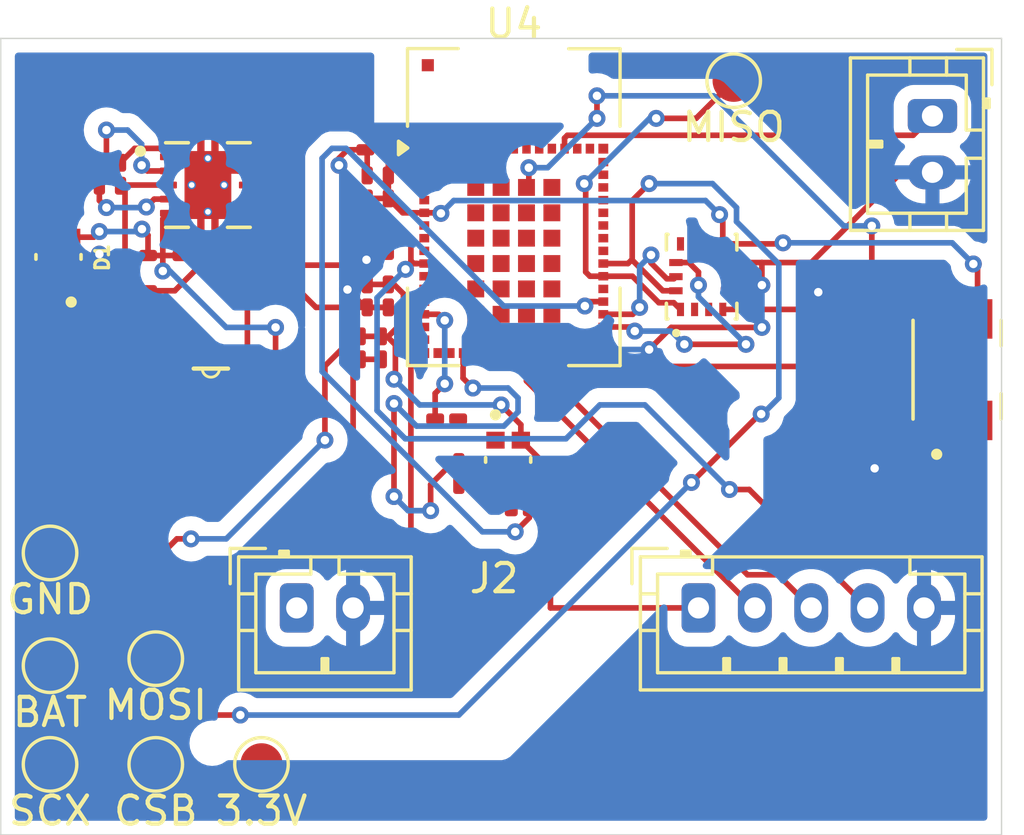
<source format=kicad_pcb>
(kicad_pcb (version 20240108) (generator "pcbnew") (generator_version "8.0")
  (layers (0 "F.Cu" signal) (31 "B.Cu" signal) (34 "B.Paste" user) (35 "F.Paste" user) (36 "B.SilkS" user "B.Silkscreen") (37 "F.SilkS" user "F.Silkscreen") (38 "B.Mask" user) (39 "F.Mask" user) (44 "Edge.Cuts" user))
  (net 0 "")
  (net 1 "+3.3V")
  (net 2 "GND")
  (net 3 "Net-(J2-Pin_1)")
  (net 4 "VDD")
  (net 5 "Net-(D1-K)")
  (net 6 "Net-(D3-Pad4)")
  (net 7 "Net-(D3-Pad2)")
  (net 8 "Net-(D3-Pad1)")
  (net 9 "Net-(J1-Pin_1)")
  (net 10 "/Haptic Motor")
  (net 11 "/Switch")
  (net 12 "/SPI2 MOSI")
  (net 13 "/SPI2 MISO")
  (net 14 "/SWCLK")
  (net 15 "Net-(U1-PD0)")
  (net 16 "Net-(U1-PD1)")
  (net 17 "/SWDIO")
  (net 19 "Net-(U1-EN)")
  (net 26 "Net-(J4-Pin_4)")
  (net 27 "Net-(U3-CSB)")
  (net 28 "Net-(U1-L2)")
  (net 29 "Net-(U1-L1)")
  (net 30 "Net-(U2-PROG)")
  (net 31 "Net-(U2-STAT)")
  (net 32 "Net-(U4-PB8)")
  (net 33 "Net-(D2-Pad1)")
  (net 34 "Net-(D2-Pad2)")
  (net 35 "Net-(U4-PB4)")
  (net 36 "Net-(U4-PB13)")
  (net 37 "Net-(D2-Pad4)")
  (net 38 "Net-(U3-SCX)")
  (net 39 "Net-(U3-INT1)")
  (footprint "Connector_JST:JST_PH_B2B-PH-K_1x02_P2.00mm_Vertical" (layer "F.Cu") (at 173.55 67.5 -90)
    (property "Reference" "J5" (hide yes))
    (property "Value" "Conn_01x02" (hide yes))
  )
  (footprint "TestPoint:TestPoint_Pad_D1.5mm" (layer "F.Cu") (at 142.25 90.5 180)
    (property "Reference" "SCX")
    (property "Value" "TestPoint" (hide yes))
  )
  (footprint "TestPoint:TestPoint_Pad_D1.5mm" (layer "F.Cu") (at 166.5 66.25 180)
    (property "Reference" "MISO")
    (property "Value" "TestPoint" (hide yes))
  )
  (footprint "TestPoint:TestPoint_Pad_D1.5mm" (layer "F.Cu") (at 146 90.5 180)
    (property "Reference" "CSB")
    (property "Value" "TestPoint" (hide yes))
  )
  (footprint "TestPoint:TestPoint_Pad_D1.5mm" (layer "F.Cu") (at 146 86.75 180)
    (property "Reference" "MOSI")
    (property "Value" "TestPoint" (hide yes))
  )
  (footprint "Capacitor_SMD:C_0201_0603Metric_Pad0.64x0.40mm_HandSolder" (layer "F.Cu") (at 153.25 75.725 -90)
    (property "Reference" "C9" (hide yes))
    (property "Value" "100n" (hide yes))
  )
  (footprint "TestPoint:TestPoint_Pad_D1.5mm" (layer "F.Cu") (at 149.75 90.5 180)
    (property "Reference" "3.3V")
    (property "Value" "TestPoint" (hide yes))
  )
  (footprint "Resistor_SMD:R_0201_0603Metric_Pad0.64x0.40mm_HandSolder" (layer "F.Cu") (at 154.25 70.0175 -90)
    (property "Reference" "FB1" (hide yes))
    (property "Value" "120R" (hide yes))
  )
  (footprint "Capacitor_SMD:C_0201_0603Metric_Pad0.64x0.40mm_HandSolder" (layer "F.Cu") (at 154.25 73.8825 -90)
    (property "Reference" "C6" (hide yes))
    (property "Value" "10u" (hide yes))
  )
  (footprint "Capacitor_SMD:C_0201_0603Metric_Pad0.64x0.40mm_HandSolder" (layer "F.Cu") (at 154 75.725 -90)
    (property "Reference" "C7" (hide yes))
    (property "Value" "100n" (hide yes))
  )
  (footprint "TestPoint:TestPoint_Pad_D1.5mm" (layer "F.Cu") (at 142.25 87 180)
    (property "Reference" "BAT")
    (property "Value" "TestPoint" (hide yes))
  )
  (footprint "EAST1616RGBA3:LED_EAST1616RGBA3" (layer "F.Cu") (at 158.5 79.7 90)
    (property "Reference" "D3" (hide yes))
    (property "Value" "EAST1616RGBA3" (hide yes))
  )
  (footprint "TestPoint:TestPoint_Pad_D1.5mm" (layer "F.Cu") (at 142.25 83 180)
    (property "Reference" "GND")
    (property "Value" "TestPoint" (hide yes))
  )
  (footprint "Capacitor_SMD:C_0201_0603Metric_Pad0.64x0.40mm_HandSolder" (layer "F.Cu") (at 151 73.2 -90)
    (property "Reference" "C5" (hide yes))
    (property "Value" "10uF" (hide yes))
  )
  (footprint "EAST1616RGBA3:LED_EAST1616RGBA3" (layer "F.Cu") (at 142.55 72.5 -90)
    (property "Reference" "D1")
    (property "Value" "LED")
  )
  (footprint "Capacitor_SMD:C_0201_0603Metric_Pad0.64x0.40mm_HandSolder" (layer "F.Cu") (at 153.8425 68.7 180)
    (property "Reference" "C12" (hide yes))
    (property "Value" "1u" (hide yes))
  )
  (footprint "EVQ-P7A01P:SW_EVQ-P7A01P" (layer "F.Cu") (at 174.425 76.5 90)
    (property "Reference" "S1" (hide yes))
    (property "Value" "EVQ-P7A01P" (hide yes))
  )
  (footprint "BMI323:XDCR_BMI270" (layer "F.Cu") (at 165.3625 73.2 90)
    (property "Reference" "U3" (hide yes))
    (property "Value" "BMI323" (hide yes))
  )
  (footprint "Capacitor_SMD:C_0201_0603Metric_Pad0.64x0.40mm_HandSolder" (layer "F.Cu") (at 145.2046 78.5425 90)
    (property "Reference" "C4" (hide yes))
    (property "Value" "4.7uF" (hide yes))
  )
  (footprint "Resistor_SMD:R_0201_0603Metric_Pad0.64x0.40mm_HandSolder" (layer "F.Cu") (at 156.3175 78.25)
    (property "Reference" "R4" (hide yes))
    (property "Value" "78" (hide yes))
  )
  (footprint "MCP:SOT95P280X145-5N" (layer "F.Cu") (at 147.9546 78.0102)
    (property "Reference" "U2" (hide yes))
    (property "Value" "MCP73831T-2ACI_OT" (hide yes))
  )
  (footprint "RF_Module:ST-SiP-LGA-86-11x7.3mm" (layer "F.Cu") (at 158.7 70.735)
    (property "Reference" "U4")
    (property "Value" "STM32WB5MMG" (hide yes))
  )
  (footprint "Capacitor_SMD:C_0201_0603Metric_Pad0.64x0.40mm_HandSolder" (layer "F.Cu") (at 153.5 70.0175 90)
    (property "Reference" "C10" (hide yes))
    (property "Value" "10n" (hide yes))
  )
  (footprint "Resistor_SMD:R_0201_0603Metric_Pad0.64x0.40mm_HandSolder" (layer "F.Cu") (at 147.3175 72.45)
    (property "Reference" "R1" (hide yes))
    (property "Value" "100" (hide yes))
  )
  (footprint "Resistor_SMD:R_0201_0603Metric_Pad0.64x0.40mm_HandSolder" (layer "F.Cu") (at 150 73.2 -90)
    (property "Reference" "R2" (hide yes))
    (property "Value" "2k" (hide yes))
  )
  (footprint "Capacitor_SMD:C_0201_0603Metric_Pad0.64x0.40mm_HandSolder" (layer "F.Cu") (at 153.5 71.8825 -90)
    (property "Reference" "C11" (hide yes))
    (property "Value" "1u" (hide yes))
  )
  (footprint "Capacitor_SMD:C_0201_0603Metric_Pad0.64x0.40mm_HandSolder" (layer "F.Cu") (at 145.3175 73.7 180)
    (property "Reference" "C2" (hide yes))
    (property "Value" "0.1uF" (hide yes))
  )
  (footprint "Capacitor_SMD:C_0201_0603Metric_Pad0.64x0.40mm_HandSolder" (layer "F.Cu") (at 144.75 69.5675 -90)
    (property "Reference" "C3" (hide yes))
    (property "Value" "10uF" (hide yes))
  )
  (footprint "Resistor_SMD:R_0201_0603Metric" (layer "F.Cu") (at 158.93 81.5 180)
    (property "Reference" "R6" (hide yes))
    (property "Value" "112" (hide yes))
  )
  (footprint "Connector_JST:JST_PH_B5B-PH-K_1x05_P2.00mm_Vertical" (layer "F.Cu") (at 165.25 84.95)
    (property "Reference" "J4" (hide yes))
    (property "Value" "Conn_01x05" (hide yes))
  )
  (footprint "Capacitor_SMD:C_0201_0603Metric_Pad0.64x0.40mm_HandSolder" (layer "F.Cu") (at 154.25 71.8825 -90)
    (property "Reference" "C13" (hide yes))
    (property "Value" "100n" (hide yes))
  )
  (footprint "Connector_JST:JST_PH_B2B-PH-K_1x02_P2.00mm_Vertical" (layer "F.Cu") (at 151 84.95)
    (property "Reference" "J1" (hide yes))
    (property "Value" "Conn_01x02" (hide yes))
  )
  (footprint "Capacitor_SMD:C_0201_0603Metric_Pad0.64x0.40mm_HandSolder" (layer "F.Cu") (at 153.5 73.8825 -90)
    (property "Reference" "C8" (hide yes))
    (property "Value" "100n" (hide yes))
  )
  (footprint "Inductor_SMD:L_0201_0603Metric_Pad0.64x0.40mm_HandSolder" (layer "F.Cu") (at 144 69.5675 90)
    (property "Reference" "L1" (hide yes))
    (property "Value" "2.2uH" (hide yes))
  )
  (footprint "Capacitor_SMD:C_0201_0603Metric_Pad0.64x0.40mm_HandSolder" (layer "F.Cu") (at 145.3175 72.45 180)
    (property "Reference" "C1" (hide yes))
    (property "Value" "4.7uF" (hide yes))
  )
  (footprint "Resistor_SMD:R_0201_0603Metric_Pad0.64x0.40mm_HandSolder" (layer "F.Cu") (at 156.75 80.1825 -90)
    (property "Reference" "R5" (hide yes))
    (property "Value" "112" (hide yes))
  )
  (footprint "TPS63001:VREG_V62_16624-01YE" (layer "F.Cu") (at 147.85 69.95)
    (property "Reference" "U1" (hide yes))
    (property "Value" "TPS63001" (hide yes))
  )
  (footprint "Resistor_SMD:R_0201_0603Metric" (layer "F.Cu") (at 158 84.95)
    (property "Reference" "J2")
    (property "Value" "Conn_02x01" (hide yes))
  )
  (footprint "Resistor_SMD:R_0201_0603Metric_Pad0.64x0.40mm_HandSolder" (layer "F.Cu") (at 145.2046 76.6075 -90)
    (property "Reference" "R3" (hide yes))
    (property "Value" "470" (hide yes))
  )
  (gr_line (start 176 93) (end 140.5 93) (stroke (width 0.05)) (layer "Edge.Cuts"))
  (gr_line (start 140.5 93) (end 140.5 64.75) (stroke (width 0.05)) (layer "Edge.Cuts"))
  (gr_line (start 140.5 64.75) (end 176 64.75) (stroke (width 0.05)) (layer "Edge.Cuts"))
  (gr_line (start 176 64.75) (end 176 93) (stroke (width 0.05)) (layer "Edge.Cuts"))
  (segment (start 168.2125 72.0375) (end 168.25 72) (width 0.2) (layer "F.Cu") (net 1))
  (segment (start 149.25 68.634315) (end 148.550685 67.935) (width 0.2) (layer "F.Cu") (net 1))
  (segment (start 154.25 73.475) (end 154.449999 73.475) (width 0.2) (layer "F.Cu") (net 1))
  (segment (start 142.25 87) (end 146.75 82.5) (width 0.2) (layer "F.Cu") (net 1))
  (segment (start 154.449999 73.475) (end 154.784657 73.809658) (width 0.2) (layer "F.Cu") (net 1))
  (segment (start 158.95 78.45) (end 158.25 77.75) (width 0.2) (layer "F.Cu") (net 1))
  (segment (start 147.345062 67.935) (end 146.45 68.830062) (width 0.2) (layer "F.Cu") (net 1))
  (segment (start 158.95 79) (end 158.95 78.45) (width 0.2) (layer "F.Cu") (net 1))
  (segment (start 154.784657 73.809658) (end 154.784657 74.782843) (width 0.2) (layer "F.Cu") (net 1))
  (segment (start 154.25 69.61) (end 154.25 68.7) (width 0.2) (layer "F.Cu") (net 1))
  (segment (start 146.45 68.830062) (end 146.45 68.95) (width 0.2) (layer "F.Cu") (net 1))
  (segment (start 149.577522 68.95) (end 149.25 68.95) (width 0.2) (layer "F.Cu") (net 1))
  (segment (start 153.050001 75.3175) (end 153.25 75.3175) (width 0.2) (layer "F.Cu") (net 1))
  (segment (start 154.25 73.475) (end 153.5 73.475) (width 0.2) (layer "F.Cu") (net 1))
  (segment (start 144.75 69.151471) (end 144.75 69.16) (width 0.2) (layer "F.Cu") (net 1))
  (segment (start 175.15 78.3) (end 175.15 74.7) (width 0.2) (layer "F.Cu") (net 1))
  (segment (start 146.45 68.95) (end 146.15 68.65) (width 0.2) (layer "F.Cu") (net 1))
  (segment (start 153.5 71.475) (end 153.300001 71.475) (width 0.2) (layer "F.Cu") (net 1))
  (segment (start 166.1125 71.1125) (end 166.1125 72.0375) (width 0.2) (layer "F.Cu") (net 1))
  (segment (start 151 70.372478) (end 149.577522 68.95) (width 0.2) (layer "F.Cu") (net 1))
  (segment (start 152.8175 72.7925) (end 151 72.7925) (width 0.2) (layer "F.Cu") (net 1))
  (segment (start 152.8175 71.957501) (end 152.8175 72.7925) (width 0.2) (layer "F.Cu") (net 1))
  (segment (start 154.25 75.3175) (end 154 75.3175) (width 0.2) (layer "F.Cu") (net 1))
  (segment (start 156.093995 70.935) (end 156.114773 70.955778) (width 0.2) (layer "F.Cu") (net 1))
  (segment (start 175 72.75) (end 175.15 72.9) (width 0.2) (layer "F.Cu") (net 1))
  (segment (start 153.300001 71.475) (end 152.8175 71.957501) (width 0.2) (layer "F.Cu") (net 1))
  (segment (start 154.25 70.425) (end 153.5 70.425) (width 0.2) (layer "F.Cu") (net 1))
  (segment (start 146.75 82.5) (end 147.25 82.5) (width 0.2) (layer "F.Cu") (net 1))
  (segment (start 155.525 70.935) (end 156.093995 70.935) (width 0.2) (layer "F.Cu") (net 1))
  (segment (start 154.76 70.935) (end 155.525 70.935) (width 0.2) (layer "F.Cu") (net 1))
  (segment (start 149.25 68.95) (end 149.25 68.634315) (width 0.2) (layer "F.Cu") (net 1))
  (segment (start 147.345062 67.935) (end 148.550685 67.935) (width 0.2) (layer "F.Cu") (net 1))
  (segment (start 160 84.95) (end 165.25 84.95) (width 0.2) (layer "F.Cu") (net 1))
  (segment (start 154.25 70.425) (end 154.76 70.935) (width 0.2) (layer "F.Cu") (net 1))
  (segment (start 152 76.367501) (end 153.050001 75.3175) (width 0.2) (layer "F.Cu") (net 1))
  (segment (start 154.5 76.787753) (end 154.5 75.617501) (width 0.2) (layer "F.Cu") (net 1))
  (segment (start 154.5 75.617501) (end 154.199999 75.3175) (width 0.2) (layer "F.Cu") (net 1))
  (segment (start 166 71) (end 166.1125 71.1125) (width 0.2) (layer "F.Cu") (net 1))
  (segment (start 154.784657 74.782843) (end 154.25 75.3175) (width 0.2) (layer "F.Cu") (net 1))
  (segment (start 154.25 69.61) (end 154.25 70.425) (width 0.2) (layer "F.Cu") (net 1))
  (segment (start 158.95 79) (end 160 80.05) (width 0.2) (layer "F.Cu") (net 1))
  (segment (start 160 80.05) (end 160 84.95) (width 0.2) (layer "F.Cu") (net 1))
  (segment (start 151 72.7925) (end 151 70.372478) (width 0.2) (layer "F.Cu") (net 1))
  (segment (start 154.199999 75.3175) (end 154 75.3175) (width 0.2) (layer "F.Cu") (net 1))
  (segment (start 146.15 68.65) (end 145.251471 68.65) (width 0.2) (layer "F.Cu") (net 1))
  (segment (start 153.5 70.425) (end 153.5 71.475) (width 0.2) (layer "F.Cu") (net 1))
  (segment (start 166.1125 72.0375) (end 168.2125 72.0375) (width 0.2) (layer "F.Cu") (net 1))
  (segment (start 152 79) (end 152 76.367501) (width 0.2) (layer "F.Cu") (net 1))
  (segment (start 153.5 73.475) (end 152.8175 72.7925) (width 0.2) (layer "F.Cu") (net 1))
  (segment (start 154.450001 76.837752) (end 154.5 76.787753) (width 0.2) (layer "F.Cu") (net 1))
  (segment (start 175.15 72.9) (end 175.15 74.7) (width 0.2) (layer "F.Cu") (net 1))
  (segment (start 154 75.3175) (end 153.25 75.3175) (width 0.2) (layer "F.Cu") (net 1))
  (segment (start 145.251471 68.65) (end 144.75 69.151471) (width 0.2) (layer "F.Cu") (net 1))
  (via (at 166 71) (size 0.6) (drill 0.3) (layers "F.Cu" "B.Cu") (net 1))
  (via (at 175 72.75) (size 0.6) (drill 0.3) (layers "F.Cu" "B.Cu") (net 1))
  (via (at 154.450001 76.837752) (size 0.6) (drill 0.3) (layers "F.Cu" "B.Cu") (net 1))
  (via (at 147.25 82.5) (size 0.6) (drill 0.3) (layers "F.Cu" "B.Cu") (net 1))
  (via (at 168.25 72) (size 0.6) (drill 0.3) (layers "F.Cu" "B.Cu") (net 1))
  (via (at 152 79) (size 0.6) (drill 0.3) (layers "F.Cu" "B.Cu") (net 1))
  (via (at 156.114773 70.955778) (size 0.6) (drill 0.3) (layers "F.Cu" "B.Cu") (net 1))
  (via (at 158.25 77.75) (size 0.6) (drill 0.3) (layers "F.Cu" "B.Cu") (net 1))
  (segment (start 158.25 77.75) (end 155.362249 77.75) (width 0.2) (layer "B.Cu") (net 1))
  (segment (start 168.25 72) (end 174.25 72) (width 0.2) (layer "B.Cu") (net 1))
  (segment (start 148.5 82.5) (end 152 79) (width 0.2) (layer "B.Cu") (net 1))
  (segment (start 155.362249 77.75) (end 154.450001 76.837752) (width 0.2) (layer "B.Cu") (net 1))
  (segment (start 156.114773 70.955778) (end 156.570551 70.5) (width 0.2) (layer "B.Cu") (net 1))
  (segment (start 147.25 82.5) (end 148.5 82.5) (width 0.2) (layer "B.Cu") (net 1))
  (segment (start 165.5 70.5) (end 166 71) (width 0.2) (layer "B.Cu") (net 1))
  (segment (start 174.25 72) (end 175 72.75) (width 0.2) (layer "B.Cu") (net 1))
  (segment (start 156.570551 70.5) (end 165.5 70.5) (width 0.2) (layer "B.Cu") (net 1))
  (segment (start 173.25 84.95) (end 173.25 81.75) (width 0.2) (layer "F.Cu") (net 2))
  (segment (start 145.2046 78.135) (end 145.4294 77.9102) (width 0.2) (layer "F.Cu") (net 2))
  (segment (start 163.5 75.785) (end 164.285 75) (width 0.2) (layer "F.Cu") (net 2))
  (segment (start 154 76.1325) (end 153.25 76.1325) (width 0.2) (layer "F.Cu") (net 2))
  (segment (start 153 84.95) (end 153 76.3825) (width 0.2) (layer "F.Cu") (net 2))
  (segment (start 166.275 72.7) (end 167.5 72.7) (width 0.2) (layer "F.Cu") (net 2))
  (segment (start 167.5 72.7) (end 169.25 72.7) (width 0.2) (layer "F.Cu") (net 2))
  (segment (start 145.8242 78.0102) (end 146.6592 78.0102) (width 0.2) (layer "F.Cu") (net 2))
  (segment (start 154.25 74.29) (end 153.429044 74.29) (width 0.2) (layer "F.Cu") (net 2))
  (segment (start 153 76.3825) (end 153.25 76.1325) (width 0.2) (layer "F.Cu") (net 2))
  (segment (start 144 72.4) (end 144.86 72.4) (width 0.2) (layer "F.Cu") (net 2))
  (segment (start 153.5 68.765) (end 153.435 68.7) (width 0.2) (layer "F.Cu") (net 2))
  (segment (start 151.6825 74.29) (end 153.5 74.29) (width 0.2) (layer "F.Cu") (net 2))
  (segment (start 148.288604 69.45) (end 147.85 69.888604) (width 0.2) (layer "F.Cu") (net 2))
  (segment (start 148.922478 69.45) (end 148.65 69.177522) (width 0.2) (layer "F.Cu") (net 2))
  (segment (start 146.45 69.95) (end 144.775 69.95) (width 0.2) (layer "F.Cu") (net 2))
  (segment (start 169.5 73.75) (end 169.5 72.95) (width 0.2) (layer "F.Cu") (net 2))
  (segment (start 167.5 73.5) (end 167.5 72.7) (width 0.2) (layer "F.Cu") (net 2))
  (segment (start 169.5 72.95) (end 169.25 72.7) (width 0.2) (layer "F.Cu") (net 2))
  (segment (start 154.25 74.29) (end 153.5 74.29) (width 0.2) (layer "F.Cu") (net 2))
  (segment (start 153.5 69.61) (end 153.5 68.765) (width 0.2) (layer "F.Cu") (net 2))
  (segment (start 173.25 81.75) (end 171.5 80) (width 0.2) (layer "F.Cu") (net 2))
  (segment (start 145.004601 78.135) (end 145.2046 78.135) (width 0.2) (layer "F.Cu") (net 2))
  (segment (start 149.25 69.45) (end 148.288604 69.45) (width 0.2) (layer "F.Cu") (net 2))
  (segment (start 172.45 69.5) (end 173.55 69.5) (width 0.2) (layer "F.Cu") (net 2))
  (segment (start 153.5 72.29) (end 154.25 72.29) (width 0.2) (layer "F.Cu") (net 2))
  (segment (start 144.86 72.4) (end 144.91 72.45) (width 0.2) (layer "F.Cu") (net 2))
  (segment (start 142.25 83) (end 142.25 80.889601) (width 0.2) (layer "F.Cu") (net 2))
  (segment (start 153.474265 72.600736) (end 153.5 72.575001) (width 0.2) (layer "F.Cu") (net 2))
  (segment (start 152.8 68.7) (end 153.435 68.7) (width 0.2) (layer "F.Cu") (net 2))
  (segment (start 169.25 72.7) (end 172.45 69.5) (width 0.2) (layer "F.Cu") (net 2))
  (segment (start 147.85 69.888604) (end 147.85 69.95) (width 0.2) (layer "F.Cu") (net 2))
  (segment (start 150 73.6075) (end 151 73.6075) (width 0.2) (layer "F.Cu") (net 2))
  (segment (start 152.5 69) (end 152.8 68.7) (width 0.2) (layer "F.Cu") (net 2))
  (segment (start 142.25 80.889601) (end 145.004601 78.135) (width 0.2) (layer "F.Cu") (net 2))
  (segment (start 153.5 72.575001) (end 153.5 72.29) (width 0.2) (layer "F.Cu") (net 2))
  (segment (start 144.91 73.7) (end 144.91 72.45) (width 0.2) (layer "F.Cu") (net 2))
  (segment (start 145.7242 74.7242) (end 145.7242 77.9102) (width 0.2) (layer "F.Cu") (net 2))
  (segment (start 145.7242 77.9102) (end 145.8242 78.0102) (width 0.2) (layer "F.Cu") (net 2))
  (segment (start 149.25 69.45) (end 148.922478 69.45) (width 0.2) (layer "F.Cu") (net 2))
  (segment (start 164.285 75) (end 167.5 75) (width 0.2) (layer "F.Cu") (net 2))
  (segment (start 153.429044 74.29) (end 152.800001 73.660957) (width 0.2) (layer "F.Cu") (net 2))
  (segment (start 151 73.6075) (end 151.6825 74.29) (width 0.2) (layer "F.Cu") (net 2))
  (segment (start 144.91 72.45) (end 144.91 70.135) (width 0.2) (layer "F.Cu") (net 2))
  (segment (start 144.91 73.91) (end 145.7242 74.7242) (width 0.2) (layer "F.Cu") (net 2))
  (segment (start 145.4294 77.9102) (end 145.7242 77.9102) (width 0.2) (layer "F.Cu") (net 2))
  (segment (start 144.775 69.95) (end 144.75 69.975) (width 0.2) (layer "F.Cu") (net 2))
  (segment (start 144.91 70.135) (end 144.75 69.975) (width 0.2) (layer "F.Cu") (net 2))
  (segment (start 144.91 73.7) (end 144.91 73.91) (width 0.2) (layer "F.Cu") (net 2))
  (segment (start 152.800001 73.660957) (end 152.800001 73.656903) (width 0.2) (layer "F.Cu") (net 2))
  (segment (start 152.5 69.25) (end 152.5 69) (width 0.2) (layer "F.Cu") (net 2))
  (via (at 153.474265 72.600736) (size 0.6) (drill 0.3) (layers "F.Cu" "B.Cu") (net 2))
  (via (at 152.800001 73.656903) (size 0.6) (drill 0.3) (layers "F.Cu" "B.Cu") (net 2))
  (via (at 167.5 73.5) (size 0.6) (drill 0.3) (layers "F.Cu" "B.Cu") (net 2))
  (via (at 169.5 73.75) (size 0.6) (drill 0.3) (layers "F.Cu" "B.Cu") (net 2))
  (via (at 163.5 75.785) (size 0.6) (drill 0.3) (layers "F.Cu" "B.Cu") (net 2))
  (via (at 144 72.4) (size 0.6) (drill 0.3) (layers "F.Cu" "B.Cu") (net 2))
  (via (at 171.5 80) (size 0.6) (drill 0.3) (layers "F.Cu" "B.Cu") (net 2))
  (via (at 167.5 75) (size 0.6) (drill 0.3) (layers "F.Cu" "B.Cu") (net 2))
  (via (at 152.5 69.25) (size 0.6) (drill 0.3) (layers "F.Cu" "B.Cu") (net 2))
  (segment (start 152.800001 73.275) (end 152.800001 73.656903) (width 0.2) (layer "B.Cu") (net 2))
  (segment (start 163.5 75.785) (end 159.035 75.785) (width 0.2) (layer "B.Cu") (net 2))
  (segment (start 169.5 78) (end 169.5 73.75) (width 0.2) (layer "B.Cu") (net 2))
  (segment (start 167.5 75) (end 167.5 73.5) (width 0.2) (layer "B.Cu") (net 2))
  (segment (start 171.5 80) (end 169.5 78) (width 0.2) (layer "B.Cu") (net 2))
  (segment (start 153.474265 72.600736) (end 152.800001 73.275) (width 0.2) (layer "B.Cu") (net 2))
  (segment (start 159.035 75.785) (end 152.5 69.25) (width 0.2) (layer "B.Cu") (net 2))
  (segment (start 155.148186 74.985) (end 155.05 75.083186) (width 0.2) (layer "F.Cu") (net 3))
  (segment (start 155.525 74.985) (end 155.148186 74.985) (width 0.2) (layer "F.Cu") (net 3))
  (segment (start 155.05 82.32) (end 157.68 84.95) (width 0.2) (layer "F.Cu") (net 3))
  (segment (start 155.05 75.083186) (end 155.05 82.32) (width 0.2) (layer "F.Cu") (net 3))
  (segment (start 146.25 71.15) (end 146.25 73) (width 0.2) (layer "F.Cu") (net 4))
  (segment (start 150.25 77.95) (end 149.25 78.95) (width 0.2) (layer "F.Cu") (net 4))
  (segment (start 143.799997 71.8) (end 144 71.599997) (width 0.2) (layer "F.Cu") (net 4))
  (segment (start 145.509999 71.514096) (end 145.725 71.729097) (width 0.2) (layer "F.Cu") (net 4))
  (segment (start 146.45 70.95) (end 146.25 71.15) (width 0.2) (layer "F.Cu") (net 4))
  (segment (start 143 71.8) (end 143.799997 71.8) (width 0.2) (layer "F.Cu") (net 4))
  (segment (start 145.725 71.729097) (end 145.725 72.45) (width 0.2) (layer "F.Cu") (net 4))
  (segment (start 150.25 75) (end 150.25 77.95) (width 0.2) (layer "F.Cu") (net 4))
  (segment (start 146.91 72.45) (end 145.725 72.45) (width 0.2) (layer "F.Cu") (net 4))
  (via (at 144 71.599997) (size 0.6) (drill 0.3) (layers "F.Cu" "B.Cu") (net 4))
  (via (at 146.25 73) (size 0.6) (drill 0.3) (layers "F.Cu" "B.Cu") (net 4))
  (via (at 150.25 75) (size 0.6) (drill 0.3) (layers "F.Cu" "B.Cu") (net 4))
  (via (at 145.509999 71.514096) (size 0.6) (drill 0.3) (layers "F.Cu" "B.Cu") (net 4))
  (segment (start 150.25 75) (end 148.5 75) (width 0.2) (layer "B.Cu") (net 4))
  (segment (start 148.5 75) (end 146.5 73) (width 0.2) (layer "B.Cu") (net 4))
  (segment (start 146.5 73) (end 146.25 73) (width 0.2) (layer "B.Cu") (net 4))
  (segment (start 144 71.599997) (end 145.424098 71.599997) (width 0.2) (layer "B.Cu") (net 4))
  (segment (start 145.424098 71.599997) (end 145.509999 71.514096) (width 0.2) (layer "B.Cu") (net 4))
  (segment (start 145.2046 75.4046) (end 143 73.2) (width 0.2) (layer "F.Cu") (net 5))
  (segment (start 145.2046 76.2) (end 145.2046 75.4046) (width 0.2) (layer "F.Cu") (net 5))
  (segment (start 160.6 68.185) (end 160.5 68.285) (width 0.2) (layer "F.Cu") (net 10))
  (segment (start 173.55 67.5) (end 172.865 68.185) (width 0.2) (layer "F.Cu") (net 10))
  (segment (start 160.5 68.285) (end 160.5 68.66) (width 0.2) (layer "F.Cu") (net 10))
  (segment (start 172.865 68.185) (end 160.6 68.185) (width 0.2) (layer "F.Cu") (net 10))
  (segment (start 170.61 76.385) (end 160.6 76.385) (width 0.2) (layer "F.Cu") (net 11))
  (segment (start 173.7 78.3) (end 173.7 74.7) (width 0.2) (layer "F.Cu") (net 11))
  (segment (start 160.5 76.285) (end 160.5 75.91) (width 0.2) (layer "F.Cu") (net 11))
  (segment (start 172.295 74.7) (end 173.7 74.7) (width 0.2) (layer "F.Cu") (net 11))
  (segment (start 170.61 76.385) (end 172.295 74.7) (width 0.2) (layer "F.Cu") (net 11))
  (segment (start 160.6 76.385) (end 160.5 76.285) (width 0.2) (layer "F.Cu") (net 11))
  (segment (start 148 88.75) (end 149 88.75) (width 0.2) (layer "F.Cu") (net 12))
  (segment (start 162.9 70.5) (end 162.9 72.6125) (width 0.2) (layer "F.Cu") (net 12))
  (segment (start 161.875 72.735) (end 162.75 72.735) (width 0.2) (layer "F.Cu") (net 12))
  (segment (start 165 80.5) (end 167.425734 78.074266) (width 0.2) (layer "F.Cu") (net 12))
  (segment (start 146 86.75) (end 148 88.75) (width 0.2) (layer "F.Cu") (net 12))
  (segment (start 163.5 69.9) (end 162.9 70.5) (width 0.2) (layer "F.Cu") (net 12))
  (segment (start 163.9875 73.7) (end 164.45 73.7) (width 0.2) (layer "F.Cu") (net 12))
  (segment (start 167.425734 78.074266) (end 167.475737 78.074266) (width 0.2) (layer "F.Cu") (net 12))
  (segment (start 162.75 72.735) (end 162.9 72.585) (width 0.2) (layer "F.Cu") (net 12))
  (segment (start 163.9875 73.7) (end 162.9 72.6125) (width 0.2) (layer "F.Cu") (net 12))
  (via (at 167.475737 78.074266) (size 0.6) (drill 0.3) (layers "F.Cu" "B.Cu") (net 12))
  (via (at 149 88.75) (size 0.6) (drill 0.3) (layers "F.Cu" "B.Cu") (net 12))
  (via (at 165 80.5) (size 0.6) (drill 0.3) (layers "F.Cu" "B.Cu") (net 12))
  (via (at 163.5 69.9) (size 0.6) (drill 0.3) (layers "F.Cu" "B.Cu") (net 12))
  (segment (start 149 88.75) (end 156.75 88.75) (width 0.2) (layer "B.Cu") (net 12))
  (segment (start 168.1 77.498529) (end 168.1 72.748529) (width 0.2) (layer "B.Cu") (net 12))
  (segment (start 156.75 88.75) (end 165 80.5) (width 0.2) (layer "B.Cu") (net 12))
  (segment (start 165.748529 69.9) (end 163.5 69.9) (width 0.2) (layer "B.Cu") (net 12))
  (segment (start 168.1 72.748529) (end 166.6 71.248529) (width 0.2) (layer "B.Cu") (net 12))
  (segment (start 166.6 71.248529) (end 166.6 70.751471) (width 0.2) (layer "B.Cu") (net 12))
  (segment (start 166.6 70.751471) (end 165.748529 69.9) (width 0.2) (layer "B.Cu") (net 12))
  (segment (start 167.524263 78.074266) (end 168.1 77.498529) (width 0.2) (layer "B.Cu") (net 12))
  (segment (start 167.475737 78.074266) (end 167.524263 78.074266) (width 0.2) (layer "B.Cu") (net 12))
  (segment (start 165.165 67.585) (end 166.5 66.25) (width 0.2) (layer "F.Cu") (net 13))
  (segment (start 163.846814 74.125) (end 162.906814 73.185) (width 0.2) (layer "F.Cu") (net 13))
  (segment (start 163.75 67.585) (end 165.165 67.585) (width 0.2) (layer "F.Cu") (net 13))
  (segment (start 162.906814 73.185) (end 161.875 73.185) (width 0.2) (layer "F.Cu") (net 13))
  (segment (start 161.25 73.035) (end 161.4 73.185) (width 0.2) (layer "F.Cu") (net 13))
  (segment (start 161.4 73.185) (end 161.875 73.185) (width 0.2) (layer "F.Cu") (net 13))
  (segment (start 161.199998 69.9) (end 161.25 69.950002) (width 0.2) (layer "F.Cu") (net 13))
  (segment (start 161.25 69.950002) (end 161.25 73.035) (width 0.2) (layer "F.Cu") (net 13))
  (segment (start 164.6125 74.3625) (end 164.375 74.125) (width 0.2) (layer "F.Cu") (net 13))
  (segment (start 164.375 74.125) (end 163.846814 74.125) (width 0.2) (layer "F.Cu") (net 13))
  (via (at 163.75 67.585) (size 0.6) (drill 0.3) (layers "F.Cu" "B.Cu") (net 13))
  (via (at 161.199998 69.9) (size 0.6) (drill 0.3) (layers "F.Cu" "B.Cu") (net 13))
  (segment (start 163.514998 67.585) (end 161.199998 69.9) (width 0.2) (layer "B.Cu") (net 13))
  (segment (start 163.75 67.585) (end 163.514998 67.585) (width 0.2) (layer "B.Cu") (net 13))
  (segment (start 159.6 76.385) (end 159.6 75.91) (width 0.2) (layer "F.Cu") (net 14))
  (segment (start 166.99 83.775) (end 159.6 76.385) (width 0.2) (layer "F.Cu") (net 14))
  (segment (start 169.25 84.95) (end 168.075 83.775) (width 0.2) (layer "F.Cu") (net 14))
  (segment (start 168.075 83.775) (end 166.99 83.775) (width 0.2) (layer "F.Cu") (net 14))
  (segment (start 159.15 76.9) (end 159.15 75.91) (width 0.2) (layer "F.Cu") (net 17))
  (segment (start 159.15 76.9) (end 167.2 84.95) (width 0.2) (layer "F.Cu") (net 17))
  (segment (start 167.2 84.95) (end 167.25 84.95) (width 0.2) (layer "F.Cu") (net 17))
  (segment (start 145.725 73.7) (end 146.674999 73.7) (width 0.2) (layer "F.Cu") (net 19))
  (segment (start 149.25 70.95) (end 149.25 70.45) (width 0.2) (layer "F.Cu") (net 19))
  (segment (start 149.25 70.45) (end 149.25 69.95) (width 0.2) (layer "F.Cu") (net 19))
  (segment (start 148.042499 72.45) (end 149.25 71.242499) (width 0.2) (layer "F.Cu") (net 19))
  (segment (start 146.674999 73.7) (end 147.725 72.649999) (width 0.2) (layer "F.Cu") (net 19))
  (segment (start 147.725 72.45) (end 148.042499 72.45) (width 0.2) (layer "F.Cu") (net 19))
  (segment (start 149.25 71.242499) (end 149.25 70.95) (width 0.2) (layer "F.Cu") (net 19))
  (segment (start 147.725 72.649999) (end 147.725 72.45) (width 0.2) (layer "F.Cu") (net 19))
  (segment (start 154.859189 72.939583) (end 155.063772 72.735) (width 0.2) (layer "F.Cu") (net 26))
  (segment (start 155.25 72.735) (end 155.525 72.735) (width 0.2) (layer "F.Cu") (net 26))
  (segment (start 154.25 71.475) (end 154.449999 71.475) (width 0.2) (layer "F.Cu") (net 26))
  (segment (start 155.15 72.735) (end 155.25 72.735) (width 0.2) (layer "F.Cu") (net 26))
  (segment (start 166.35 80.75) (end 167.05 80.75) (width 0.2) (layer "F.Cu") (net 26))
  (segment (start 155.063772 72.735) (end 155.25 72.735) (width 0.2) (layer "F.Cu") (net 26))
  (segment (start 155.05 72.075001) (end 155.05 72.635) (width 0.2) (layer "F.Cu") (net 26))
  (segment (start 167.05 80.75) (end 171.25 84.95) (width 0.2) (layer "F.Cu") (net 26))
  (segment (start 155.05 72.635) (end 155.15 72.735) (width 0.2) (layer "F.Cu") (net 26))
  (segment (start 154.449999 71.475) (end 155.05 72.075001) (width 0.2) (layer "F.Cu") (net 26))
  (via (at 166.35 80.75) (size 0.6) (drill 0.3) (layers "F.Cu" "B.Cu") (net 26))
  (via (at 154.859189 72.939583) (size 0.6) (drill 0.3) (layers "F.Cu" "B.Cu") (net 26))
  (segment (start 163.35 77.75) (end 161.75 77.75) (width 0.2) (layer "B.Cu") (net 26))
  (segment (start 153.850001 77.94853) (end 153.850001 73.948771) (width 0.2) (layer "B.Cu") (net 26))
  (segment (start 166.35 80.75) (end 163.35 77.75) (width 0.2) (layer "B.Cu") (net 26))
  (segment (start 160.55 78.95) (end 154.851471 78.95) (width 0.2) (layer "B.Cu") (net 26))
  (segment (start 154.851471 78.95) (end 153.850001 77.94853) (width 0.2) (layer "B.Cu") (net 26))
  (segment (start 153.850001 73.948771) (end 154.859189 72.939583) (width 0.2) (layer "B.Cu") (net 26))
  (segment (start 161.75 77.75) (end 160.55 78.95) (width 0.2) (layer "B.Cu") (net 26))
  (segment (start 165.25 73.0375) (end 165.25 73.5) (width 0.2) (layer "F.Cu") (net 27))
  (segment (start 164.9125 72.7) (end 165.25 73.0375) (width 0.2) (layer "F.Cu") (net 27))
  (segment (start 164.45 72.7) (end 164.9125 72.7) (width 0.2) (layer "F.Cu") (net 27))
  (segment (start 162.845487 74.985) (end 161.875 74.985) (width 0.2) (layer "F.Cu") (net 27))
  (segment (start 162.991165 75.130678) (end 162.845487 74.985) (width 0.2) (layer "F.Cu") (net 27))
  (segment (start 166.934313 75.6) (end 164.75 75.6) (width 0.2) (layer "F.Cu") (net 27))
  (via (at 162.991165 75.130678) (size 0.6) (drill 0.3) (layers "F.Cu" "B.Cu") (net 27))
  (via (at 164.75 75.6) (size 0.6) (drill 0.3) (layers "F.Cu" "B.Cu") (net 27))
  (via (at 166.934313 75.6) (size 0.6) (drill 0.3) (layers "F.Cu" "B.Cu") (net 27))
  (via (at 165.25 73.5) (size 0.6) (drill 0.3) (layers "F.Cu" "B.Cu") (net 27))
  (segment (start 164.75 75.6) (end 164.280678 75.130678) (width 0.2) (layer "B.Cu") (net 27))
  (segment (start 165.25 73.915687) (end 166.934313 75.6) (width 0.2) (layer "B.Cu") (net 27))
  (segment (start 164.280678 75.130678) (end 162.991165 75.130678) (width 0.2) (layer "B.Cu") (net 27))
  (segment (start 165.25 73.5) (end 165.25 73.915687) (width 0.2) (layer "B.Cu") (net 27))
  (segment (start 144.25 68) (end 144.25 68.91) (width 0.2) (layer "F.Cu") (net 28))
  (segment (start 144.25 68.91) (end 144 69.16) (width 0.2) (layer "F.Cu") (net 28))
  (segment (start 146.45 69.45) (end 145.7 69.45) (width 0.2) (layer "F.Cu") (net 28))
  (segment (start 145.7 69.45) (end 145.5 69.25) (width 0.2) (layer "F.Cu") (net 28))
  (via (at 145.5 69.25) (size 0.6) (drill 0.3) (layers "F.Cu" "B.Cu") (net 28))
  (via (at 144.25 68) (size 0.6) (drill 0.3) (layers "F.Cu" "B.Cu") (net 28))
  (segment (start 145 68) (end 144.25 68) (width 0.2) (layer "B.Cu") (net 28))
  (segment (start 145.5 68.5) (end 145 68) (width 0.2) (layer "B.Cu") (net 28))
  (segment (start 145.5 69.25) (end 145.5 68.5) (width 0.2) (layer "B.Cu") (net 28))
  (segment (start 144 69.975) (end 144 70.5) (width 0.2) (layer "F.Cu") (net 29))
  (segment (start 144 70.5) (end 144.25 70.75) (width 0.2) (layer "F.Cu") (net 29))
  (segment (start 145.666065 70.729464) (end 145.945529 70.45) (width 0.2) (layer "F.Cu") (net 29))
  (segment (start 145.945529 70.45) (end 146.45 70.45) (width 0.2) (layer "F.Cu") (net 29))
  (via (at 145.666065 70.729464) (size 0.6) (drill 0.3) (layers "F.Cu" "B.Cu") (net 29))
  (via (at 144.25 70.75) (size 0.6) (drill 0.3) (layers "F.Cu" "B.Cu") (net 29))
  (segment (start 145.645529 70.75) (end 145.666065 70.729464) (width 0.2) (layer "B.Cu") (net 29))
  (segment (start 144.25 70.75) (end 145.645529 70.75) (width 0.2) (layer "B.Cu") (net 29))
  (segment (start 149.25 77.0704) (end 149.25 73.342501) (width 0.2) (layer "F.Cu") (net 30))
  (segment (start 149.800001 72.7925) (end 150 72.7925) (width 0.2) (layer "F.Cu") (net 30))
  (segment (start 149.25 73.342501) (end 149.800001 72.7925) (width 0.2) (layer "F.Cu") (net 30))
  (segment (start 155.91 77.34) (end 156.25 77) (width 0.2) (layer "F.Cu") (net 32))
  (segment (start 156.25 74.75) (end 156.035 74.535) (width 0.2) (layer "F.Cu") (net 32))
  (segment (start 155.91 78.25) (end 155.91 77.34) (width 0.2) (layer "F.Cu") (net 32))
  (segment (start 156.035 74.535) (end 155.525 74.535) (width 0.2) (layer "F.Cu") (net 32))
  (via (at 156.25 74.75) (size 0.6) (drill 0.3) (layers "F.Cu" "B.Cu") (net 32))
  (via (at 156.25 77) (size 0.6) (drill 0.3) (layers "F.Cu" "B.Cu") (net 32))
  (segment (start 156.25 77) (end 156.25 74.75) (width 0.2) (layer "B.Cu") (net 32))
  (segment (start 156.9 76.8) (end 157.25 77.15) (width 0.2) (layer "F.Cu") (net 35))
  (segment (start 156.550001 79.775) (end 155.75 80.575001) (width 0.2) (layer "F.Cu") (net 35))
  (segment (start 155.75 80.575001) (end 155.75 81.5) (width 0.2) (layer "F.Cu") (net 35))
  (segment (start 156.9 75.91) (end 156.9 76.8) (width 0.2) (layer "F.Cu") (net 35))
  (segment (start 156.75 79.775) (end 156.550001 79.775) (width 0.2) (layer "F.Cu") (net 35))
  (segment (start 154.45 81) (end 154.45 77.700001) (width 0.2) (layer "F.Cu") (net 35))
  (via (at 154.45 77.700001) (size 0.6) (drill 0.3) (layers "F.Cu" "B.Cu") (net 35))
  (via (at 157.25 77.15) (size 0.6) (drill 0.3) (layers "F.Cu" "B.Cu") (net 35))
  (via (at 154.45 81) (size 0.6) (drill 0.3) (layers "F.Cu" "B.Cu") (net 35))
  (via (at 155.75 81.5) (size 0.6) (drill 0.3) (layers "F.Cu" "B.Cu") (net 35))
  (segment (start 158.85 77.501471) (end 158.85 77.998529) (width 0.2) (layer "B.Cu") (net 35))
  (segment (start 158.498529 77.15) (end 158.85 77.501471) (width 0.2) (layer "B.Cu") (net 35))
  (segment (start 158.348529 78.5) (end 155.249999 78.5) (width 0.2) (layer "B.Cu") (net 35))
  (segment (start 157.25 77.15) (end 158.498529 77.15) (width 0.2) (layer "B.Cu") (net 35))
  (segment (start 158.85 77.998529) (end 158.348529 78.5) (width 0.2) (layer "B.Cu") (net 35))
  (segment (start 154.95 81.5) (end 154.45 81) (width 0.2) (layer "B.Cu") (net 35))
  (segment (start 155.75 81.5) (end 154.95 81.5) (width 0.2) (layer "B.Cu") (net 35))
  (segment (start 155.249999 78.5) (end 154.45 77.700001) (width 0.2) (layer "B.Cu") (net 35))
  (segment (start 161.221085 74.241326) (end 161.377411 74.085) (width 0.2) (layer "F.Cu") (net 36))
  (segment (start 158.75 82.25) (end 159.25 81.75) (width 0.2) (layer "F.Cu") (net 36))
  (segment (start 159.25 81.75) (end 159.25 81.5) (width 0.2) (layer "F.Cu") (net 36))
  (segment (start 161.377411 74.085) (end 161.875 74.085) (width 0.2) (layer "F.Cu") (net 36))
  (via (at 158.75 82.25) (size 0.6) (drill 0.3) (layers "F.Cu" "B.Cu") (net 36))
  (via (at 161.221085 74.241326) (size 0.6) (drill 0.3) (layers "F.Cu" "B.Cu") (net 36))
  (segment (start 158.75 82.25) (end 157.585785 82.25) (width 0.2) (layer "B.Cu") (net 36))
  (segment (start 158.339855 74.241326) (end 161.221085 74.241326) (width 0.2) (layer "B.Cu") (net 36))
  (segment (start 151.9 76.564215) (end 151.9 69.001471) (width 0.2) (layer "B.Cu") (net 36))
  (segment (start 157.585785 82.25) (end 151.9 76.564215) (width 0.2) (layer "B.Cu") (net 36))
  (segment (start 151.9 69.001471) (end 152.251471 68.65) (width 0.2) (layer "B.Cu") (net 36))
  (segment (start 152.748529 68.65) (end 158.339855 74.241326) (width 0.2) (layer "B.Cu") (net 36))
  (segment (start 152.251471 68.65) (end 152.748529 68.65) (width 0.2) (layer "B.Cu") (net 36))
  (segment (start 164.375 73.275) (end 164.128186 73.275) (width 0.2) (layer "F.Cu") (net 38))
  (segment (start 162.919273 74.535) (end 161.875 74.535) (width 0.2) (layer "F.Cu") (net 38))
  (segment (start 164.128186 73.275) (end 163.568015 72.714829) (width 0.2) (layer "F.Cu") (net 38))
  (segment (start 163.568015 72.714829) (end 163.568015 72.431985) (width 0.2) (layer "F.Cu") (net 38))
  (segment (start 163.163779 74.290494) (end 162.919273 74.535) (width 0.2) (layer "F.Cu") (net 38))
  (segment (start 164.45 73.2) (end 164.375 73.275) (width 0.2) (layer "F.Cu") (net 38))
  (via (at 163.163779 74.290494) (size 0.6) (drill 0.3) (layers "F.Cu" "B.Cu") (net 38))
  (via (at 163.568015 72.431985) (size 0.6) (drill 0.3) (layers "F.Cu" "B.Cu") (net 38))
  (segment (start 163.568015 72.431985) (end 163.163779 72.836221) (width 0.2) (layer "B.Cu") (net 38))
  (segment (start 163.163779 72.836221) (end 163.163779 74.290494) (width 0.2) (layer "B.Cu") (net 38))
  (segment (start 169.736029 74.3625) (end 171.398527 72.700002) (width 0.2) (layer "F.Cu") (net 39))
  (segment (start 159.232928 69.952072) (end 159.15 70.035) (width 0.2) (layer "F.Cu") (net 39))
  (segment (start 159.232928 69.335002) (end 159.232928 69.952072) (width 0.2) (layer "F.Cu") (net 39))
  (segment (start 161.65 66.784997) (end 161.65 67.585) (width 0.2) (layer "F.Cu") (net 39))
  (segment (start 171.398527 72.700002) (end 171.398527 71.4) (width 0.2) (layer "F.Cu") (net 39))
  (segment (start 166.1125 74.3625) (end 169.736029 74.3625) (width 0.2) (layer "F.Cu") (net 39))
  (via (at 161.65 67.585) (size 0.6) (drill 0.3) (layers "F.Cu" "B.Cu") (net 39))
  (via (at 161.65 66.784997) (size 0.6) (drill 0.3) (layers "F.Cu" "B.Cu") (net 39))
  (via (at 171.398527 71.4) (size 0.6) (drill 0.3) (layers "F.Cu" "B.Cu") (net 39))
  (via (at 159.232928 69.335002) (size 0.6) (drill 0.3) (layers "F.Cu" "B.Cu") (net 39))
  (segment (start 159.899998 69.335002) (end 159.232928 69.335002) (width 0.2) (layer "B.Cu") (net 39))
  (segment (start 165.784994 66.784997) (end 161.65 66.784997) (width 0.2) (layer "B.Cu") (net 39))
  (segment (start 171.398527 71.4) (end 170.399997 71.4) (width 0.2) (layer "B.Cu") (net 39))
  (segment (start 170.399997 71.4) (end 165.784994 66.784997) (width 0.2) (layer "B.Cu") (net 39))
  (segment (start 161.65 67.585) (end 159.899998 69.335002) (width 0.2) (layer "B.Cu") (net 39))
  (zone (net 2) (net_name "GND") (layer "B.Cu") (priority 1) (connect_pads (clearance 0.5)) (min_thickness 0.25) (fill yes (thermal_gap 0.5) (thermal_bridge_width 0.5))
    (polygon (pts (xy 140.5 64.75) (xy 140.5 93) (xy 176 93) (xy 176 64.75)))
  )
)
</source>
